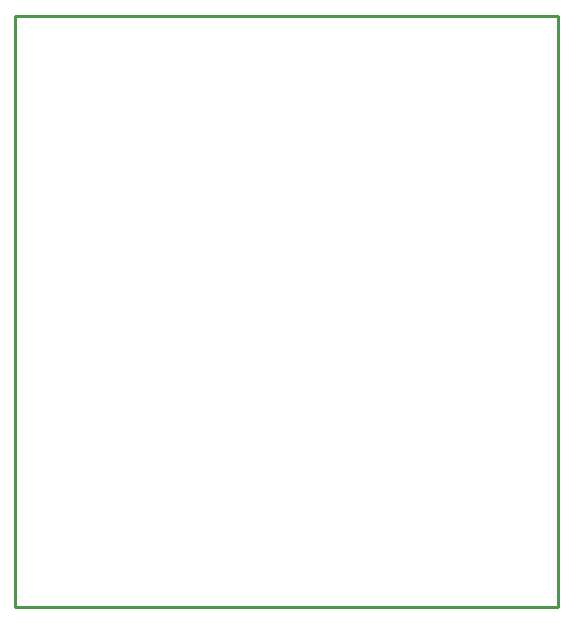
<source format=gko>
G04 Layer: BoardOutline*
G04 EasyEDA v6.3.22, 2020-01-22T11:07:26+01:00*
G04 244eb897874448418918cfb691dafd7b,6ac03ef627a24f5ab7c901ca926ad83b,10*
G04 Gerber Generator version 0.2*
G04 Scale: 100 percent, Rotated: No, Reflected: No *
G04 Dimensions in millimeters *
G04 leading zeros omitted , absolute positions ,3 integer and 3 decimal *
%FSLAX33Y33*%
%MOMM*%
G90*
G71D02*

%ADD10C,0.254000*%
G54D10*
G01X0Y50000D02*
G01X46000Y50000D01*
G01X46000Y0D01*
G01X0Y0D01*
G01X0Y50000D01*

%LPD*%
M00*
M02*

</source>
